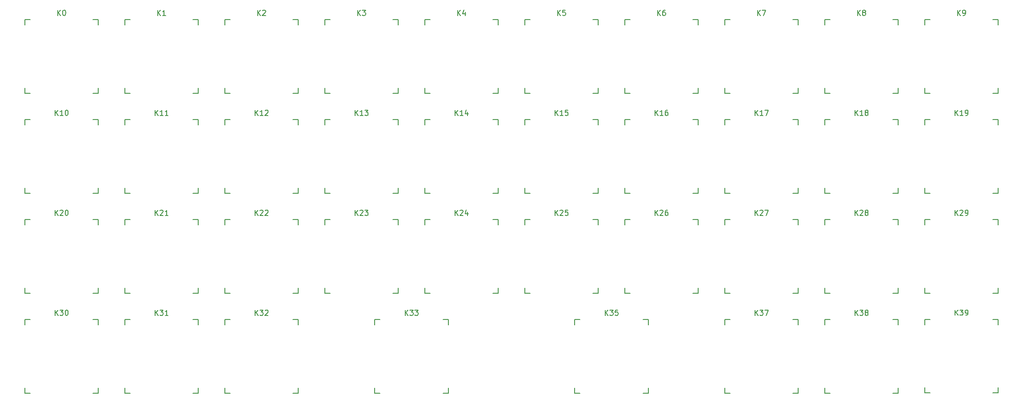
<source format=gbr>
%TF.GenerationSoftware,KiCad,Pcbnew,(5.99.0-12882-g2a6c73b8df)*%
%TF.CreationDate,2021-11-03T21:03:34+01:00*%
%TF.ProjectId,ortho-qaz,6f727468-6f2d-4716-917a-2e6b69636164,rev?*%
%TF.SameCoordinates,Original*%
%TF.FileFunction,Legend,Top*%
%TF.FilePolarity,Positive*%
%FSLAX46Y46*%
G04 Gerber Fmt 4.6, Leading zero omitted, Abs format (unit mm)*
G04 Created by KiCad (PCBNEW (5.99.0-12882-g2a6c73b8df)) date 2021-11-03 21:03:34*
%MOMM*%
%LPD*%
G01*
G04 APERTURE LIST*
%ADD10C,0.150000*%
G04 APERTURE END LIST*
D10*
%TO.C,K26*%
X174075714Y-65627380D02*
X174075714Y-64627380D01*
X174647142Y-65627380D02*
X174218571Y-65055952D01*
X174647142Y-64627380D02*
X174075714Y-65198809D01*
X175028095Y-64722619D02*
X175075714Y-64675000D01*
X175170952Y-64627380D01*
X175409047Y-64627380D01*
X175504285Y-64675000D01*
X175551904Y-64722619D01*
X175599523Y-64817857D01*
X175599523Y-64913095D01*
X175551904Y-65055952D01*
X174980476Y-65627380D01*
X175599523Y-65627380D01*
X176456666Y-64627380D02*
X176266190Y-64627380D01*
X176170952Y-64675000D01*
X176123333Y-64722619D01*
X176028095Y-64865476D01*
X175980476Y-65055952D01*
X175980476Y-65436904D01*
X176028095Y-65532142D01*
X176075714Y-65579761D01*
X176170952Y-65627380D01*
X176361428Y-65627380D01*
X176456666Y-65579761D01*
X176504285Y-65532142D01*
X176551904Y-65436904D01*
X176551904Y-65198809D01*
X176504285Y-65103571D01*
X176456666Y-65055952D01*
X176361428Y-65008333D01*
X176170952Y-65008333D01*
X176075714Y-65055952D01*
X176028095Y-65103571D01*
X175980476Y-65198809D01*
%TO.C,K24*%
X135975714Y-65627380D02*
X135975714Y-64627380D01*
X136547142Y-65627380D02*
X136118571Y-65055952D01*
X136547142Y-64627380D02*
X135975714Y-65198809D01*
X136928095Y-64722619D02*
X136975714Y-64675000D01*
X137070952Y-64627380D01*
X137309047Y-64627380D01*
X137404285Y-64675000D01*
X137451904Y-64722619D01*
X137499523Y-64817857D01*
X137499523Y-64913095D01*
X137451904Y-65055952D01*
X136880476Y-65627380D01*
X137499523Y-65627380D01*
X138356666Y-64960714D02*
X138356666Y-65627380D01*
X138118571Y-64579761D02*
X137880476Y-65294047D01*
X138499523Y-65294047D01*
%TO.C,K39*%
X231225714Y-84657380D02*
X231225714Y-83657380D01*
X231797142Y-84657380D02*
X231368571Y-84085952D01*
X231797142Y-83657380D02*
X231225714Y-84228809D01*
X232130476Y-83657380D02*
X232749523Y-83657380D01*
X232416190Y-84038333D01*
X232559047Y-84038333D01*
X232654285Y-84085952D01*
X232701904Y-84133571D01*
X232749523Y-84228809D01*
X232749523Y-84466904D01*
X232701904Y-84562142D01*
X232654285Y-84609761D01*
X232559047Y-84657380D01*
X232273333Y-84657380D01*
X232178095Y-84609761D01*
X232130476Y-84562142D01*
X233225714Y-84657380D02*
X233416190Y-84657380D01*
X233511428Y-84609761D01*
X233559047Y-84562142D01*
X233654285Y-84419285D01*
X233701904Y-84228809D01*
X233701904Y-83847857D01*
X233654285Y-83752619D01*
X233606666Y-83705000D01*
X233511428Y-83657380D01*
X233320952Y-83657380D01*
X233225714Y-83705000D01*
X233178095Y-83752619D01*
X233130476Y-83847857D01*
X233130476Y-84085952D01*
X233178095Y-84181190D01*
X233225714Y-84228809D01*
X233320952Y-84276428D01*
X233511428Y-84276428D01*
X233606666Y-84228809D01*
X233654285Y-84181190D01*
X233701904Y-84085952D01*
%TO.C,K38*%
X212175714Y-84677380D02*
X212175714Y-83677380D01*
X212747142Y-84677380D02*
X212318571Y-84105952D01*
X212747142Y-83677380D02*
X212175714Y-84248809D01*
X213080476Y-83677380D02*
X213699523Y-83677380D01*
X213366190Y-84058333D01*
X213509047Y-84058333D01*
X213604285Y-84105952D01*
X213651904Y-84153571D01*
X213699523Y-84248809D01*
X213699523Y-84486904D01*
X213651904Y-84582142D01*
X213604285Y-84629761D01*
X213509047Y-84677380D01*
X213223333Y-84677380D01*
X213128095Y-84629761D01*
X213080476Y-84582142D01*
X214270952Y-84105952D02*
X214175714Y-84058333D01*
X214128095Y-84010714D01*
X214080476Y-83915476D01*
X214080476Y-83867857D01*
X214128095Y-83772619D01*
X214175714Y-83725000D01*
X214270952Y-83677380D01*
X214461428Y-83677380D01*
X214556666Y-83725000D01*
X214604285Y-83772619D01*
X214651904Y-83867857D01*
X214651904Y-83915476D01*
X214604285Y-84010714D01*
X214556666Y-84058333D01*
X214461428Y-84105952D01*
X214270952Y-84105952D01*
X214175714Y-84153571D01*
X214128095Y-84201190D01*
X214080476Y-84296428D01*
X214080476Y-84486904D01*
X214128095Y-84582142D01*
X214175714Y-84629761D01*
X214270952Y-84677380D01*
X214461428Y-84677380D01*
X214556666Y-84629761D01*
X214604285Y-84582142D01*
X214651904Y-84486904D01*
X214651904Y-84296428D01*
X214604285Y-84201190D01*
X214556666Y-84153571D01*
X214461428Y-84105952D01*
%TO.C,K37*%
X193125714Y-84677380D02*
X193125714Y-83677380D01*
X193697142Y-84677380D02*
X193268571Y-84105952D01*
X193697142Y-83677380D02*
X193125714Y-84248809D01*
X194030476Y-83677380D02*
X194649523Y-83677380D01*
X194316190Y-84058333D01*
X194459047Y-84058333D01*
X194554285Y-84105952D01*
X194601904Y-84153571D01*
X194649523Y-84248809D01*
X194649523Y-84486904D01*
X194601904Y-84582142D01*
X194554285Y-84629761D01*
X194459047Y-84677380D01*
X194173333Y-84677380D01*
X194078095Y-84629761D01*
X194030476Y-84582142D01*
X194982857Y-83677380D02*
X195649523Y-83677380D01*
X195220952Y-84677380D01*
%TO.C,K35*%
X164550714Y-84677380D02*
X164550714Y-83677380D01*
X165122142Y-84677380D02*
X164693571Y-84105952D01*
X165122142Y-83677380D02*
X164550714Y-84248809D01*
X165455476Y-83677380D02*
X166074523Y-83677380D01*
X165741190Y-84058333D01*
X165884047Y-84058333D01*
X165979285Y-84105952D01*
X166026904Y-84153571D01*
X166074523Y-84248809D01*
X166074523Y-84486904D01*
X166026904Y-84582142D01*
X165979285Y-84629761D01*
X165884047Y-84677380D01*
X165598333Y-84677380D01*
X165503095Y-84629761D01*
X165455476Y-84582142D01*
X166979285Y-83677380D02*
X166503095Y-83677380D01*
X166455476Y-84153571D01*
X166503095Y-84105952D01*
X166598333Y-84058333D01*
X166836428Y-84058333D01*
X166931666Y-84105952D01*
X166979285Y-84153571D01*
X167026904Y-84248809D01*
X167026904Y-84486904D01*
X166979285Y-84582142D01*
X166931666Y-84629761D01*
X166836428Y-84677380D01*
X166598333Y-84677380D01*
X166503095Y-84629761D01*
X166455476Y-84582142D01*
%TO.C,K33*%
X126450714Y-84677380D02*
X126450714Y-83677380D01*
X127022142Y-84677380D02*
X126593571Y-84105952D01*
X127022142Y-83677380D02*
X126450714Y-84248809D01*
X127355476Y-83677380D02*
X127974523Y-83677380D01*
X127641190Y-84058333D01*
X127784047Y-84058333D01*
X127879285Y-84105952D01*
X127926904Y-84153571D01*
X127974523Y-84248809D01*
X127974523Y-84486904D01*
X127926904Y-84582142D01*
X127879285Y-84629761D01*
X127784047Y-84677380D01*
X127498333Y-84677380D01*
X127403095Y-84629761D01*
X127355476Y-84582142D01*
X128307857Y-83677380D02*
X128926904Y-83677380D01*
X128593571Y-84058333D01*
X128736428Y-84058333D01*
X128831666Y-84105952D01*
X128879285Y-84153571D01*
X128926904Y-84248809D01*
X128926904Y-84486904D01*
X128879285Y-84582142D01*
X128831666Y-84629761D01*
X128736428Y-84677380D01*
X128450714Y-84677380D01*
X128355476Y-84629761D01*
X128307857Y-84582142D01*
%TO.C,K32*%
X97875714Y-84677380D02*
X97875714Y-83677380D01*
X98447142Y-84677380D02*
X98018571Y-84105952D01*
X98447142Y-83677380D02*
X97875714Y-84248809D01*
X98780476Y-83677380D02*
X99399523Y-83677380D01*
X99066190Y-84058333D01*
X99209047Y-84058333D01*
X99304285Y-84105952D01*
X99351904Y-84153571D01*
X99399523Y-84248809D01*
X99399523Y-84486904D01*
X99351904Y-84582142D01*
X99304285Y-84629761D01*
X99209047Y-84677380D01*
X98923333Y-84677380D01*
X98828095Y-84629761D01*
X98780476Y-84582142D01*
X99780476Y-83772619D02*
X99828095Y-83725000D01*
X99923333Y-83677380D01*
X100161428Y-83677380D01*
X100256666Y-83725000D01*
X100304285Y-83772619D01*
X100351904Y-83867857D01*
X100351904Y-83963095D01*
X100304285Y-84105952D01*
X99732857Y-84677380D01*
X100351904Y-84677380D01*
%TO.C,K31*%
X78825714Y-84677380D02*
X78825714Y-83677380D01*
X79397142Y-84677380D02*
X78968571Y-84105952D01*
X79397142Y-83677380D02*
X78825714Y-84248809D01*
X79730476Y-83677380D02*
X80349523Y-83677380D01*
X80016190Y-84058333D01*
X80159047Y-84058333D01*
X80254285Y-84105952D01*
X80301904Y-84153571D01*
X80349523Y-84248809D01*
X80349523Y-84486904D01*
X80301904Y-84582142D01*
X80254285Y-84629761D01*
X80159047Y-84677380D01*
X79873333Y-84677380D01*
X79778095Y-84629761D01*
X79730476Y-84582142D01*
X81301904Y-84677380D02*
X80730476Y-84677380D01*
X81016190Y-84677380D02*
X81016190Y-83677380D01*
X80920952Y-83820238D01*
X80825714Y-83915476D01*
X80730476Y-83963095D01*
%TO.C,K30*%
X59775714Y-84677380D02*
X59775714Y-83677380D01*
X60347142Y-84677380D02*
X59918571Y-84105952D01*
X60347142Y-83677380D02*
X59775714Y-84248809D01*
X60680476Y-83677380D02*
X61299523Y-83677380D01*
X60966190Y-84058333D01*
X61109047Y-84058333D01*
X61204285Y-84105952D01*
X61251904Y-84153571D01*
X61299523Y-84248809D01*
X61299523Y-84486904D01*
X61251904Y-84582142D01*
X61204285Y-84629761D01*
X61109047Y-84677380D01*
X60823333Y-84677380D01*
X60728095Y-84629761D01*
X60680476Y-84582142D01*
X61918571Y-83677380D02*
X62013809Y-83677380D01*
X62109047Y-83725000D01*
X62156666Y-83772619D01*
X62204285Y-83867857D01*
X62251904Y-84058333D01*
X62251904Y-84296428D01*
X62204285Y-84486904D01*
X62156666Y-84582142D01*
X62109047Y-84629761D01*
X62013809Y-84677380D01*
X61918571Y-84677380D01*
X61823333Y-84629761D01*
X61775714Y-84582142D01*
X61728095Y-84486904D01*
X61680476Y-84296428D01*
X61680476Y-84058333D01*
X61728095Y-83867857D01*
X61775714Y-83772619D01*
X61823333Y-83725000D01*
X61918571Y-83677380D01*
%TO.C,K29*%
X231225714Y-65627380D02*
X231225714Y-64627380D01*
X231797142Y-65627380D02*
X231368571Y-65055952D01*
X231797142Y-64627380D02*
X231225714Y-65198809D01*
X232178095Y-64722619D02*
X232225714Y-64675000D01*
X232320952Y-64627380D01*
X232559047Y-64627380D01*
X232654285Y-64675000D01*
X232701904Y-64722619D01*
X232749523Y-64817857D01*
X232749523Y-64913095D01*
X232701904Y-65055952D01*
X232130476Y-65627380D01*
X232749523Y-65627380D01*
X233225714Y-65627380D02*
X233416190Y-65627380D01*
X233511428Y-65579761D01*
X233559047Y-65532142D01*
X233654285Y-65389285D01*
X233701904Y-65198809D01*
X233701904Y-64817857D01*
X233654285Y-64722619D01*
X233606666Y-64675000D01*
X233511428Y-64627380D01*
X233320952Y-64627380D01*
X233225714Y-64675000D01*
X233178095Y-64722619D01*
X233130476Y-64817857D01*
X233130476Y-65055952D01*
X233178095Y-65151190D01*
X233225714Y-65198809D01*
X233320952Y-65246428D01*
X233511428Y-65246428D01*
X233606666Y-65198809D01*
X233654285Y-65151190D01*
X233701904Y-65055952D01*
%TO.C,K28*%
X212175714Y-65627380D02*
X212175714Y-64627380D01*
X212747142Y-65627380D02*
X212318571Y-65055952D01*
X212747142Y-64627380D02*
X212175714Y-65198809D01*
X213128095Y-64722619D02*
X213175714Y-64675000D01*
X213270952Y-64627380D01*
X213509047Y-64627380D01*
X213604285Y-64675000D01*
X213651904Y-64722619D01*
X213699523Y-64817857D01*
X213699523Y-64913095D01*
X213651904Y-65055952D01*
X213080476Y-65627380D01*
X213699523Y-65627380D01*
X214270952Y-65055952D02*
X214175714Y-65008333D01*
X214128095Y-64960714D01*
X214080476Y-64865476D01*
X214080476Y-64817857D01*
X214128095Y-64722619D01*
X214175714Y-64675000D01*
X214270952Y-64627380D01*
X214461428Y-64627380D01*
X214556666Y-64675000D01*
X214604285Y-64722619D01*
X214651904Y-64817857D01*
X214651904Y-64865476D01*
X214604285Y-64960714D01*
X214556666Y-65008333D01*
X214461428Y-65055952D01*
X214270952Y-65055952D01*
X214175714Y-65103571D01*
X214128095Y-65151190D01*
X214080476Y-65246428D01*
X214080476Y-65436904D01*
X214128095Y-65532142D01*
X214175714Y-65579761D01*
X214270952Y-65627380D01*
X214461428Y-65627380D01*
X214556666Y-65579761D01*
X214604285Y-65532142D01*
X214651904Y-65436904D01*
X214651904Y-65246428D01*
X214604285Y-65151190D01*
X214556666Y-65103571D01*
X214461428Y-65055952D01*
%TO.C,K27*%
X193125714Y-65627380D02*
X193125714Y-64627380D01*
X193697142Y-65627380D02*
X193268571Y-65055952D01*
X193697142Y-64627380D02*
X193125714Y-65198809D01*
X194078095Y-64722619D02*
X194125714Y-64675000D01*
X194220952Y-64627380D01*
X194459047Y-64627380D01*
X194554285Y-64675000D01*
X194601904Y-64722619D01*
X194649523Y-64817857D01*
X194649523Y-64913095D01*
X194601904Y-65055952D01*
X194030476Y-65627380D01*
X194649523Y-65627380D01*
X194982857Y-64627380D02*
X195649523Y-64627380D01*
X195220952Y-65627380D01*
%TO.C,K25*%
X155025714Y-65627380D02*
X155025714Y-64627380D01*
X155597142Y-65627380D02*
X155168571Y-65055952D01*
X155597142Y-64627380D02*
X155025714Y-65198809D01*
X155978095Y-64722619D02*
X156025714Y-64675000D01*
X156120952Y-64627380D01*
X156359047Y-64627380D01*
X156454285Y-64675000D01*
X156501904Y-64722619D01*
X156549523Y-64817857D01*
X156549523Y-64913095D01*
X156501904Y-65055952D01*
X155930476Y-65627380D01*
X156549523Y-65627380D01*
X157454285Y-64627380D02*
X156978095Y-64627380D01*
X156930476Y-65103571D01*
X156978095Y-65055952D01*
X157073333Y-65008333D01*
X157311428Y-65008333D01*
X157406666Y-65055952D01*
X157454285Y-65103571D01*
X157501904Y-65198809D01*
X157501904Y-65436904D01*
X157454285Y-65532142D01*
X157406666Y-65579761D01*
X157311428Y-65627380D01*
X157073333Y-65627380D01*
X156978095Y-65579761D01*
X156930476Y-65532142D01*
%TO.C,K23*%
X116925714Y-65627380D02*
X116925714Y-64627380D01*
X117497142Y-65627380D02*
X117068571Y-65055952D01*
X117497142Y-64627380D02*
X116925714Y-65198809D01*
X117878095Y-64722619D02*
X117925714Y-64675000D01*
X118020952Y-64627380D01*
X118259047Y-64627380D01*
X118354285Y-64675000D01*
X118401904Y-64722619D01*
X118449523Y-64817857D01*
X118449523Y-64913095D01*
X118401904Y-65055952D01*
X117830476Y-65627380D01*
X118449523Y-65627380D01*
X118782857Y-64627380D02*
X119401904Y-64627380D01*
X119068571Y-65008333D01*
X119211428Y-65008333D01*
X119306666Y-65055952D01*
X119354285Y-65103571D01*
X119401904Y-65198809D01*
X119401904Y-65436904D01*
X119354285Y-65532142D01*
X119306666Y-65579761D01*
X119211428Y-65627380D01*
X118925714Y-65627380D01*
X118830476Y-65579761D01*
X118782857Y-65532142D01*
%TO.C,K22*%
X97875714Y-65627380D02*
X97875714Y-64627380D01*
X98447142Y-65627380D02*
X98018571Y-65055952D01*
X98447142Y-64627380D02*
X97875714Y-65198809D01*
X98828095Y-64722619D02*
X98875714Y-64675000D01*
X98970952Y-64627380D01*
X99209047Y-64627380D01*
X99304285Y-64675000D01*
X99351904Y-64722619D01*
X99399523Y-64817857D01*
X99399523Y-64913095D01*
X99351904Y-65055952D01*
X98780476Y-65627380D01*
X99399523Y-65627380D01*
X99780476Y-64722619D02*
X99828095Y-64675000D01*
X99923333Y-64627380D01*
X100161428Y-64627380D01*
X100256666Y-64675000D01*
X100304285Y-64722619D01*
X100351904Y-64817857D01*
X100351904Y-64913095D01*
X100304285Y-65055952D01*
X99732857Y-65627380D01*
X100351904Y-65627380D01*
%TO.C,K21*%
X78825714Y-65627380D02*
X78825714Y-64627380D01*
X79397142Y-65627380D02*
X78968571Y-65055952D01*
X79397142Y-64627380D02*
X78825714Y-65198809D01*
X79778095Y-64722619D02*
X79825714Y-64675000D01*
X79920952Y-64627380D01*
X80159047Y-64627380D01*
X80254285Y-64675000D01*
X80301904Y-64722619D01*
X80349523Y-64817857D01*
X80349523Y-64913095D01*
X80301904Y-65055952D01*
X79730476Y-65627380D01*
X80349523Y-65627380D01*
X81301904Y-65627380D02*
X80730476Y-65627380D01*
X81016190Y-65627380D02*
X81016190Y-64627380D01*
X80920952Y-64770238D01*
X80825714Y-64865476D01*
X80730476Y-64913095D01*
%TO.C,K20*%
X59775714Y-65627380D02*
X59775714Y-64627380D01*
X60347142Y-65627380D02*
X59918571Y-65055952D01*
X60347142Y-64627380D02*
X59775714Y-65198809D01*
X60728095Y-64722619D02*
X60775714Y-64675000D01*
X60870952Y-64627380D01*
X61109047Y-64627380D01*
X61204285Y-64675000D01*
X61251904Y-64722619D01*
X61299523Y-64817857D01*
X61299523Y-64913095D01*
X61251904Y-65055952D01*
X60680476Y-65627380D01*
X61299523Y-65627380D01*
X61918571Y-64627380D02*
X62013809Y-64627380D01*
X62109047Y-64675000D01*
X62156666Y-64722619D01*
X62204285Y-64817857D01*
X62251904Y-65008333D01*
X62251904Y-65246428D01*
X62204285Y-65436904D01*
X62156666Y-65532142D01*
X62109047Y-65579761D01*
X62013809Y-65627380D01*
X61918571Y-65627380D01*
X61823333Y-65579761D01*
X61775714Y-65532142D01*
X61728095Y-65436904D01*
X61680476Y-65246428D01*
X61680476Y-65008333D01*
X61728095Y-64817857D01*
X61775714Y-64722619D01*
X61823333Y-64675000D01*
X61918571Y-64627380D01*
%TO.C,K19*%
X231225714Y-46577380D02*
X231225714Y-45577380D01*
X231797142Y-46577380D02*
X231368571Y-46005952D01*
X231797142Y-45577380D02*
X231225714Y-46148809D01*
X232749523Y-46577380D02*
X232178095Y-46577380D01*
X232463809Y-46577380D02*
X232463809Y-45577380D01*
X232368571Y-45720238D01*
X232273333Y-45815476D01*
X232178095Y-45863095D01*
X233225714Y-46577380D02*
X233416190Y-46577380D01*
X233511428Y-46529761D01*
X233559047Y-46482142D01*
X233654285Y-46339285D01*
X233701904Y-46148809D01*
X233701904Y-45767857D01*
X233654285Y-45672619D01*
X233606666Y-45625000D01*
X233511428Y-45577380D01*
X233320952Y-45577380D01*
X233225714Y-45625000D01*
X233178095Y-45672619D01*
X233130476Y-45767857D01*
X233130476Y-46005952D01*
X233178095Y-46101190D01*
X233225714Y-46148809D01*
X233320952Y-46196428D01*
X233511428Y-46196428D01*
X233606666Y-46148809D01*
X233654285Y-46101190D01*
X233701904Y-46005952D01*
%TO.C,K18*%
X212175714Y-46577380D02*
X212175714Y-45577380D01*
X212747142Y-46577380D02*
X212318571Y-46005952D01*
X212747142Y-45577380D02*
X212175714Y-46148809D01*
X213699523Y-46577380D02*
X213128095Y-46577380D01*
X213413809Y-46577380D02*
X213413809Y-45577380D01*
X213318571Y-45720238D01*
X213223333Y-45815476D01*
X213128095Y-45863095D01*
X214270952Y-46005952D02*
X214175714Y-45958333D01*
X214128095Y-45910714D01*
X214080476Y-45815476D01*
X214080476Y-45767857D01*
X214128095Y-45672619D01*
X214175714Y-45625000D01*
X214270952Y-45577380D01*
X214461428Y-45577380D01*
X214556666Y-45625000D01*
X214604285Y-45672619D01*
X214651904Y-45767857D01*
X214651904Y-45815476D01*
X214604285Y-45910714D01*
X214556666Y-45958333D01*
X214461428Y-46005952D01*
X214270952Y-46005952D01*
X214175714Y-46053571D01*
X214128095Y-46101190D01*
X214080476Y-46196428D01*
X214080476Y-46386904D01*
X214128095Y-46482142D01*
X214175714Y-46529761D01*
X214270952Y-46577380D01*
X214461428Y-46577380D01*
X214556666Y-46529761D01*
X214604285Y-46482142D01*
X214651904Y-46386904D01*
X214651904Y-46196428D01*
X214604285Y-46101190D01*
X214556666Y-46053571D01*
X214461428Y-46005952D01*
%TO.C,K17*%
X193125714Y-46577380D02*
X193125714Y-45577380D01*
X193697142Y-46577380D02*
X193268571Y-46005952D01*
X193697142Y-45577380D02*
X193125714Y-46148809D01*
X194649523Y-46577380D02*
X194078095Y-46577380D01*
X194363809Y-46577380D02*
X194363809Y-45577380D01*
X194268571Y-45720238D01*
X194173333Y-45815476D01*
X194078095Y-45863095D01*
X194982857Y-45577380D02*
X195649523Y-45577380D01*
X195220952Y-46577380D01*
%TO.C,K16*%
X174075714Y-46577380D02*
X174075714Y-45577380D01*
X174647142Y-46577380D02*
X174218571Y-46005952D01*
X174647142Y-45577380D02*
X174075714Y-46148809D01*
X175599523Y-46577380D02*
X175028095Y-46577380D01*
X175313809Y-46577380D02*
X175313809Y-45577380D01*
X175218571Y-45720238D01*
X175123333Y-45815476D01*
X175028095Y-45863095D01*
X176456666Y-45577380D02*
X176266190Y-45577380D01*
X176170952Y-45625000D01*
X176123333Y-45672619D01*
X176028095Y-45815476D01*
X175980476Y-46005952D01*
X175980476Y-46386904D01*
X176028095Y-46482142D01*
X176075714Y-46529761D01*
X176170952Y-46577380D01*
X176361428Y-46577380D01*
X176456666Y-46529761D01*
X176504285Y-46482142D01*
X176551904Y-46386904D01*
X176551904Y-46148809D01*
X176504285Y-46053571D01*
X176456666Y-46005952D01*
X176361428Y-45958333D01*
X176170952Y-45958333D01*
X176075714Y-46005952D01*
X176028095Y-46053571D01*
X175980476Y-46148809D01*
%TO.C,K15*%
X155025714Y-46577380D02*
X155025714Y-45577380D01*
X155597142Y-46577380D02*
X155168571Y-46005952D01*
X155597142Y-45577380D02*
X155025714Y-46148809D01*
X156549523Y-46577380D02*
X155978095Y-46577380D01*
X156263809Y-46577380D02*
X156263809Y-45577380D01*
X156168571Y-45720238D01*
X156073333Y-45815476D01*
X155978095Y-45863095D01*
X157454285Y-45577380D02*
X156978095Y-45577380D01*
X156930476Y-46053571D01*
X156978095Y-46005952D01*
X157073333Y-45958333D01*
X157311428Y-45958333D01*
X157406666Y-46005952D01*
X157454285Y-46053571D01*
X157501904Y-46148809D01*
X157501904Y-46386904D01*
X157454285Y-46482142D01*
X157406666Y-46529761D01*
X157311428Y-46577380D01*
X157073333Y-46577380D01*
X156978095Y-46529761D01*
X156930476Y-46482142D01*
%TO.C,K14*%
X135975714Y-46577380D02*
X135975714Y-45577380D01*
X136547142Y-46577380D02*
X136118571Y-46005952D01*
X136547142Y-45577380D02*
X135975714Y-46148809D01*
X137499523Y-46577380D02*
X136928095Y-46577380D01*
X137213809Y-46577380D02*
X137213809Y-45577380D01*
X137118571Y-45720238D01*
X137023333Y-45815476D01*
X136928095Y-45863095D01*
X138356666Y-45910714D02*
X138356666Y-46577380D01*
X138118571Y-45529761D02*
X137880476Y-46244047D01*
X138499523Y-46244047D01*
%TO.C,K13*%
X116925714Y-46577380D02*
X116925714Y-45577380D01*
X117497142Y-46577380D02*
X117068571Y-46005952D01*
X117497142Y-45577380D02*
X116925714Y-46148809D01*
X118449523Y-46577380D02*
X117878095Y-46577380D01*
X118163809Y-46577380D02*
X118163809Y-45577380D01*
X118068571Y-45720238D01*
X117973333Y-45815476D01*
X117878095Y-45863095D01*
X118782857Y-45577380D02*
X119401904Y-45577380D01*
X119068571Y-45958333D01*
X119211428Y-45958333D01*
X119306666Y-46005952D01*
X119354285Y-46053571D01*
X119401904Y-46148809D01*
X119401904Y-46386904D01*
X119354285Y-46482142D01*
X119306666Y-46529761D01*
X119211428Y-46577380D01*
X118925714Y-46577380D01*
X118830476Y-46529761D01*
X118782857Y-46482142D01*
%TO.C,K12*%
X97875714Y-46577380D02*
X97875714Y-45577380D01*
X98447142Y-46577380D02*
X98018571Y-46005952D01*
X98447142Y-45577380D02*
X97875714Y-46148809D01*
X99399523Y-46577380D02*
X98828095Y-46577380D01*
X99113809Y-46577380D02*
X99113809Y-45577380D01*
X99018571Y-45720238D01*
X98923333Y-45815476D01*
X98828095Y-45863095D01*
X99780476Y-45672619D02*
X99828095Y-45625000D01*
X99923333Y-45577380D01*
X100161428Y-45577380D01*
X100256666Y-45625000D01*
X100304285Y-45672619D01*
X100351904Y-45767857D01*
X100351904Y-45863095D01*
X100304285Y-46005952D01*
X99732857Y-46577380D01*
X100351904Y-46577380D01*
%TO.C,K11*%
X78825714Y-46577380D02*
X78825714Y-45577380D01*
X79397142Y-46577380D02*
X78968571Y-46005952D01*
X79397142Y-45577380D02*
X78825714Y-46148809D01*
X80349523Y-46577380D02*
X79778095Y-46577380D01*
X80063809Y-46577380D02*
X80063809Y-45577380D01*
X79968571Y-45720238D01*
X79873333Y-45815476D01*
X79778095Y-45863095D01*
X81301904Y-46577380D02*
X80730476Y-46577380D01*
X81016190Y-46577380D02*
X81016190Y-45577380D01*
X80920952Y-45720238D01*
X80825714Y-45815476D01*
X80730476Y-45863095D01*
%TO.C,K10*%
X59775714Y-46577380D02*
X59775714Y-45577380D01*
X60347142Y-46577380D02*
X59918571Y-46005952D01*
X60347142Y-45577380D02*
X59775714Y-46148809D01*
X61299523Y-46577380D02*
X60728095Y-46577380D01*
X61013809Y-46577380D02*
X61013809Y-45577380D01*
X60918571Y-45720238D01*
X60823333Y-45815476D01*
X60728095Y-45863095D01*
X61918571Y-45577380D02*
X62013809Y-45577380D01*
X62109047Y-45625000D01*
X62156666Y-45672619D01*
X62204285Y-45767857D01*
X62251904Y-45958333D01*
X62251904Y-46196428D01*
X62204285Y-46386904D01*
X62156666Y-46482142D01*
X62109047Y-46529761D01*
X62013809Y-46577380D01*
X61918571Y-46577380D01*
X61823333Y-46529761D01*
X61775714Y-46482142D01*
X61728095Y-46386904D01*
X61680476Y-46196428D01*
X61680476Y-45958333D01*
X61728095Y-45767857D01*
X61775714Y-45672619D01*
X61823333Y-45625000D01*
X61918571Y-45577380D01*
%TO.C,K9*%
X231701904Y-27527380D02*
X231701904Y-26527380D01*
X232273333Y-27527380D02*
X231844761Y-26955952D01*
X232273333Y-26527380D02*
X231701904Y-27098809D01*
X232749523Y-27527380D02*
X232940000Y-27527380D01*
X233035238Y-27479761D01*
X233082857Y-27432142D01*
X233178095Y-27289285D01*
X233225714Y-27098809D01*
X233225714Y-26717857D01*
X233178095Y-26622619D01*
X233130476Y-26575000D01*
X233035238Y-26527380D01*
X232844761Y-26527380D01*
X232749523Y-26575000D01*
X232701904Y-26622619D01*
X232654285Y-26717857D01*
X232654285Y-26955952D01*
X232701904Y-27051190D01*
X232749523Y-27098809D01*
X232844761Y-27146428D01*
X233035238Y-27146428D01*
X233130476Y-27098809D01*
X233178095Y-27051190D01*
X233225714Y-26955952D01*
%TO.C,K8*%
X212651904Y-27527380D02*
X212651904Y-26527380D01*
X213223333Y-27527380D02*
X212794761Y-26955952D01*
X213223333Y-26527380D02*
X212651904Y-27098809D01*
X213794761Y-26955952D02*
X213699523Y-26908333D01*
X213651904Y-26860714D01*
X213604285Y-26765476D01*
X213604285Y-26717857D01*
X213651904Y-26622619D01*
X213699523Y-26575000D01*
X213794761Y-26527380D01*
X213985238Y-26527380D01*
X214080476Y-26575000D01*
X214128095Y-26622619D01*
X214175714Y-26717857D01*
X214175714Y-26765476D01*
X214128095Y-26860714D01*
X214080476Y-26908333D01*
X213985238Y-26955952D01*
X213794761Y-26955952D01*
X213699523Y-27003571D01*
X213651904Y-27051190D01*
X213604285Y-27146428D01*
X213604285Y-27336904D01*
X213651904Y-27432142D01*
X213699523Y-27479761D01*
X213794761Y-27527380D01*
X213985238Y-27527380D01*
X214080476Y-27479761D01*
X214128095Y-27432142D01*
X214175714Y-27336904D01*
X214175714Y-27146428D01*
X214128095Y-27051190D01*
X214080476Y-27003571D01*
X213985238Y-26955952D01*
%TO.C,K7*%
X193601904Y-27527380D02*
X193601904Y-26527380D01*
X194173333Y-27527380D02*
X193744761Y-26955952D01*
X194173333Y-26527380D02*
X193601904Y-27098809D01*
X194506666Y-26527380D02*
X195173333Y-26527380D01*
X194744761Y-27527380D01*
%TO.C,K6*%
X174551904Y-27527380D02*
X174551904Y-26527380D01*
X175123333Y-27527380D02*
X174694761Y-26955952D01*
X175123333Y-26527380D02*
X174551904Y-27098809D01*
X175980476Y-26527380D02*
X175790000Y-26527380D01*
X175694761Y-26575000D01*
X175647142Y-26622619D01*
X175551904Y-26765476D01*
X175504285Y-26955952D01*
X175504285Y-27336904D01*
X175551904Y-27432142D01*
X175599523Y-27479761D01*
X175694761Y-27527380D01*
X175885238Y-27527380D01*
X175980476Y-27479761D01*
X176028095Y-27432142D01*
X176075714Y-27336904D01*
X176075714Y-27098809D01*
X176028095Y-27003571D01*
X175980476Y-26955952D01*
X175885238Y-26908333D01*
X175694761Y-26908333D01*
X175599523Y-26955952D01*
X175551904Y-27003571D01*
X175504285Y-27098809D01*
%TO.C,K5*%
X155501904Y-27527380D02*
X155501904Y-26527380D01*
X156073333Y-27527380D02*
X155644761Y-26955952D01*
X156073333Y-26527380D02*
X155501904Y-27098809D01*
X156978095Y-26527380D02*
X156501904Y-26527380D01*
X156454285Y-27003571D01*
X156501904Y-26955952D01*
X156597142Y-26908333D01*
X156835238Y-26908333D01*
X156930476Y-26955952D01*
X156978095Y-27003571D01*
X157025714Y-27098809D01*
X157025714Y-27336904D01*
X156978095Y-27432142D01*
X156930476Y-27479761D01*
X156835238Y-27527380D01*
X156597142Y-27527380D01*
X156501904Y-27479761D01*
X156454285Y-27432142D01*
%TO.C,K4*%
X136451904Y-27527380D02*
X136451904Y-26527380D01*
X137023333Y-27527380D02*
X136594761Y-26955952D01*
X137023333Y-26527380D02*
X136451904Y-27098809D01*
X137880476Y-26860714D02*
X137880476Y-27527380D01*
X137642380Y-26479761D02*
X137404285Y-27194047D01*
X138023333Y-27194047D01*
%TO.C,K3*%
X117401904Y-27527380D02*
X117401904Y-26527380D01*
X117973333Y-27527380D02*
X117544761Y-26955952D01*
X117973333Y-26527380D02*
X117401904Y-27098809D01*
X118306666Y-26527380D02*
X118925714Y-26527380D01*
X118592380Y-26908333D01*
X118735238Y-26908333D01*
X118830476Y-26955952D01*
X118878095Y-27003571D01*
X118925714Y-27098809D01*
X118925714Y-27336904D01*
X118878095Y-27432142D01*
X118830476Y-27479761D01*
X118735238Y-27527380D01*
X118449523Y-27527380D01*
X118354285Y-27479761D01*
X118306666Y-27432142D01*
%TO.C,K2*%
X98351904Y-27527380D02*
X98351904Y-26527380D01*
X98923333Y-27527380D02*
X98494761Y-26955952D01*
X98923333Y-26527380D02*
X98351904Y-27098809D01*
X99304285Y-26622619D02*
X99351904Y-26575000D01*
X99447142Y-26527380D01*
X99685238Y-26527380D01*
X99780476Y-26575000D01*
X99828095Y-26622619D01*
X99875714Y-26717857D01*
X99875714Y-26813095D01*
X99828095Y-26955952D01*
X99256666Y-27527380D01*
X99875714Y-27527380D01*
%TO.C,K1*%
X79301904Y-27527380D02*
X79301904Y-26527380D01*
X79873333Y-27527380D02*
X79444761Y-26955952D01*
X79873333Y-26527380D02*
X79301904Y-27098809D01*
X80825714Y-27527380D02*
X80254285Y-27527380D01*
X80540000Y-27527380D02*
X80540000Y-26527380D01*
X80444761Y-26670238D01*
X80349523Y-26765476D01*
X80254285Y-26813095D01*
%TO.C,K0*%
X60251904Y-27527380D02*
X60251904Y-26527380D01*
X60823333Y-27527380D02*
X60394761Y-26955952D01*
X60823333Y-26527380D02*
X60251904Y-27098809D01*
X61442380Y-26527380D02*
X61537619Y-26527380D01*
X61632857Y-26575000D01*
X61680476Y-26622619D01*
X61728095Y-26717857D01*
X61775714Y-26908333D01*
X61775714Y-27146428D01*
X61728095Y-27336904D01*
X61680476Y-27432142D01*
X61632857Y-27479761D01*
X61537619Y-27527380D01*
X61442380Y-27527380D01*
X61347142Y-27479761D01*
X61299523Y-27432142D01*
X61251904Y-27336904D01*
X61204285Y-27146428D01*
X61204285Y-26908333D01*
X61251904Y-26717857D01*
X61299523Y-26622619D01*
X61347142Y-26575000D01*
X61442380Y-26527380D01*
%TO.C,K26*%
X182290000Y-66430000D02*
X182290000Y-67430000D01*
X181290000Y-80430000D02*
X182290000Y-80430000D01*
X182290000Y-66430000D02*
X181290000Y-66430000D01*
X182290000Y-79430000D02*
X182290000Y-80430000D01*
X168290000Y-80430000D02*
X168290000Y-79430000D01*
X169290000Y-66430000D02*
X168290000Y-66430000D01*
X168290000Y-80430000D02*
X169290000Y-80430000D01*
X168290000Y-67430000D02*
X168290000Y-66430000D01*
%TO.C,K24*%
X144190000Y-66430000D02*
X144190000Y-67430000D01*
X143190000Y-80430000D02*
X144190000Y-80430000D01*
X144190000Y-66430000D02*
X143190000Y-66430000D01*
X144190000Y-79430000D02*
X144190000Y-80430000D01*
X130190000Y-80430000D02*
X130190000Y-79430000D01*
X131190000Y-66430000D02*
X130190000Y-66430000D01*
X130190000Y-80430000D02*
X131190000Y-80430000D01*
X130190000Y-67430000D02*
X130190000Y-66430000D01*
%TO.C,K39*%
X239440000Y-85460000D02*
X239440000Y-86460000D01*
X238440000Y-99460000D02*
X239440000Y-99460000D01*
X239440000Y-85460000D02*
X238440000Y-85460000D01*
X239440000Y-98460000D02*
X239440000Y-99460000D01*
X225440000Y-99460000D02*
X225440000Y-98460000D01*
X226440000Y-85460000D02*
X225440000Y-85460000D01*
X225440000Y-99460000D02*
X226440000Y-99460000D01*
X225440000Y-86460000D02*
X225440000Y-85460000D01*
%TO.C,K38*%
X220390000Y-85480000D02*
X220390000Y-86480000D01*
X219390000Y-99480000D02*
X220390000Y-99480000D01*
X220390000Y-85480000D02*
X219390000Y-85480000D01*
X220390000Y-98480000D02*
X220390000Y-99480000D01*
X206390000Y-99480000D02*
X206390000Y-98480000D01*
X207390000Y-85480000D02*
X206390000Y-85480000D01*
X206390000Y-99480000D02*
X207390000Y-99480000D01*
X206390000Y-86480000D02*
X206390000Y-85480000D01*
%TO.C,K37*%
X201340000Y-85480000D02*
X201340000Y-86480000D01*
X200340000Y-99480000D02*
X201340000Y-99480000D01*
X201340000Y-85480000D02*
X200340000Y-85480000D01*
X201340000Y-98480000D02*
X201340000Y-99480000D01*
X187340000Y-99480000D02*
X187340000Y-98480000D01*
X188340000Y-85480000D02*
X187340000Y-85480000D01*
X187340000Y-99480000D02*
X188340000Y-99480000D01*
X187340000Y-86480000D02*
X187340000Y-85480000D01*
%TO.C,K35*%
X172765000Y-85480000D02*
X172765000Y-86480000D01*
X171765000Y-99480000D02*
X172765000Y-99480000D01*
X172765000Y-85480000D02*
X171765000Y-85480000D01*
X172765000Y-98480000D02*
X172765000Y-99480000D01*
X158765000Y-99480000D02*
X158765000Y-98480000D01*
X159765000Y-85480000D02*
X158765000Y-85480000D01*
X158765000Y-99480000D02*
X159765000Y-99480000D01*
X158765000Y-86480000D02*
X158765000Y-85480000D01*
%TO.C,K33*%
X134665000Y-85480000D02*
X134665000Y-86480000D01*
X133665000Y-99480000D02*
X134665000Y-99480000D01*
X134665000Y-85480000D02*
X133665000Y-85480000D01*
X134665000Y-98480000D02*
X134665000Y-99480000D01*
X120665000Y-99480000D02*
X120665000Y-98480000D01*
X121665000Y-85480000D02*
X120665000Y-85480000D01*
X120665000Y-99480000D02*
X121665000Y-99480000D01*
X120665000Y-86480000D02*
X120665000Y-85480000D01*
%TO.C,K32*%
X106090000Y-85480000D02*
X106090000Y-86480000D01*
X105090000Y-99480000D02*
X106090000Y-99480000D01*
X106090000Y-85480000D02*
X105090000Y-85480000D01*
X106090000Y-98480000D02*
X106090000Y-99480000D01*
X92090000Y-99480000D02*
X92090000Y-98480000D01*
X93090000Y-85480000D02*
X92090000Y-85480000D01*
X92090000Y-99480000D02*
X93090000Y-99480000D01*
X92090000Y-86480000D02*
X92090000Y-85480000D01*
%TO.C,K31*%
X87040000Y-85480000D02*
X87040000Y-86480000D01*
X86040000Y-99480000D02*
X87040000Y-99480000D01*
X87040000Y-85480000D02*
X86040000Y-85480000D01*
X87040000Y-98480000D02*
X87040000Y-99480000D01*
X73040000Y-99480000D02*
X73040000Y-98480000D01*
X74040000Y-85480000D02*
X73040000Y-85480000D01*
X73040000Y-99480000D02*
X74040000Y-99480000D01*
X73040000Y-86480000D02*
X73040000Y-85480000D01*
%TO.C,K30*%
X67990000Y-85480000D02*
X67990000Y-86480000D01*
X66990000Y-99480000D02*
X67990000Y-99480000D01*
X67990000Y-85480000D02*
X66990000Y-85480000D01*
X67990000Y-98480000D02*
X67990000Y-99480000D01*
X53990000Y-99480000D02*
X53990000Y-98480000D01*
X54990000Y-85480000D02*
X53990000Y-85480000D01*
X53990000Y-99480000D02*
X54990000Y-99480000D01*
X53990000Y-86480000D02*
X53990000Y-85480000D01*
%TO.C,K29*%
X239440000Y-66430000D02*
X239440000Y-67430000D01*
X238440000Y-80430000D02*
X239440000Y-80430000D01*
X239440000Y-66430000D02*
X238440000Y-66430000D01*
X239440000Y-79430000D02*
X239440000Y-80430000D01*
X225440000Y-80430000D02*
X225440000Y-79430000D01*
X226440000Y-66430000D02*
X225440000Y-66430000D01*
X225440000Y-80430000D02*
X226440000Y-80430000D01*
X225440000Y-67430000D02*
X225440000Y-66430000D01*
%TO.C,K28*%
X220390000Y-66430000D02*
X220390000Y-67430000D01*
X219390000Y-80430000D02*
X220390000Y-80430000D01*
X220390000Y-66430000D02*
X219390000Y-66430000D01*
X220390000Y-79430000D02*
X220390000Y-80430000D01*
X206390000Y-80430000D02*
X206390000Y-79430000D01*
X207390000Y-66430000D02*
X206390000Y-66430000D01*
X206390000Y-80430000D02*
X207390000Y-80430000D01*
X206390000Y-67430000D02*
X206390000Y-66430000D01*
%TO.C,K27*%
X201340000Y-66430000D02*
X201340000Y-67430000D01*
X200340000Y-80430000D02*
X201340000Y-80430000D01*
X201340000Y-66430000D02*
X200340000Y-66430000D01*
X201340000Y-79430000D02*
X201340000Y-80430000D01*
X187340000Y-80430000D02*
X187340000Y-79430000D01*
X188340000Y-66430000D02*
X187340000Y-66430000D01*
X187340000Y-80430000D02*
X188340000Y-80430000D01*
X187340000Y-67430000D02*
X187340000Y-66430000D01*
%TO.C,K25*%
X163240000Y-66430000D02*
X163240000Y-67430000D01*
X162240000Y-80430000D02*
X163240000Y-80430000D01*
X163240000Y-66430000D02*
X162240000Y-66430000D01*
X163240000Y-79430000D02*
X163240000Y-80430000D01*
X149240000Y-80430000D02*
X149240000Y-79430000D01*
X150240000Y-66430000D02*
X149240000Y-66430000D01*
X149240000Y-80430000D02*
X150240000Y-80430000D01*
X149240000Y-67430000D02*
X149240000Y-66430000D01*
%TO.C,K23*%
X125140000Y-66430000D02*
X125140000Y-67430000D01*
X124140000Y-80430000D02*
X125140000Y-80430000D01*
X125140000Y-66430000D02*
X124140000Y-66430000D01*
X125140000Y-79430000D02*
X125140000Y-80430000D01*
X111140000Y-80430000D02*
X111140000Y-79430000D01*
X112140000Y-66430000D02*
X111140000Y-66430000D01*
X111140000Y-80430000D02*
X112140000Y-80430000D01*
X111140000Y-67430000D02*
X111140000Y-66430000D01*
%TO.C,K22*%
X106090000Y-66430000D02*
X106090000Y-67430000D01*
X105090000Y-80430000D02*
X106090000Y-80430000D01*
X106090000Y-66430000D02*
X105090000Y-66430000D01*
X106090000Y-79430000D02*
X106090000Y-80430000D01*
X92090000Y-80430000D02*
X92090000Y-79430000D01*
X93090000Y-66430000D02*
X92090000Y-66430000D01*
X92090000Y-80430000D02*
X93090000Y-80430000D01*
X92090000Y-67430000D02*
X92090000Y-66430000D01*
%TO.C,K21*%
X87040000Y-66430000D02*
X87040000Y-67430000D01*
X86040000Y-80430000D02*
X87040000Y-80430000D01*
X87040000Y-66430000D02*
X86040000Y-66430000D01*
X87040000Y-79430000D02*
X87040000Y-80430000D01*
X73040000Y-80430000D02*
X73040000Y-79430000D01*
X74040000Y-66430000D02*
X73040000Y-66430000D01*
X73040000Y-80430000D02*
X74040000Y-80430000D01*
X73040000Y-67430000D02*
X73040000Y-66430000D01*
%TO.C,K20*%
X67990000Y-66430000D02*
X67990000Y-67430000D01*
X66990000Y-80430000D02*
X67990000Y-80430000D01*
X67990000Y-66430000D02*
X66990000Y-66430000D01*
X67990000Y-79430000D02*
X67990000Y-80430000D01*
X53990000Y-80430000D02*
X53990000Y-79430000D01*
X54990000Y-66430000D02*
X53990000Y-66430000D01*
X53990000Y-80430000D02*
X54990000Y-80430000D01*
X53990000Y-67430000D02*
X53990000Y-66430000D01*
%TO.C,K19*%
X239440000Y-47380000D02*
X239440000Y-48380000D01*
X238440000Y-61380000D02*
X239440000Y-61380000D01*
X239440000Y-47380000D02*
X238440000Y-47380000D01*
X239440000Y-60380000D02*
X239440000Y-61380000D01*
X225440000Y-61380000D02*
X225440000Y-60380000D01*
X226440000Y-47380000D02*
X225440000Y-47380000D01*
X225440000Y-61380000D02*
X226440000Y-61380000D01*
X225440000Y-48380000D02*
X225440000Y-47380000D01*
%TO.C,K18*%
X220390000Y-47380000D02*
X220390000Y-48380000D01*
X219390000Y-61380000D02*
X220390000Y-61380000D01*
X220390000Y-47380000D02*
X219390000Y-47380000D01*
X220390000Y-60380000D02*
X220390000Y-61380000D01*
X206390000Y-61380000D02*
X206390000Y-60380000D01*
X207390000Y-47380000D02*
X206390000Y-47380000D01*
X206390000Y-61380000D02*
X207390000Y-61380000D01*
X206390000Y-48380000D02*
X206390000Y-47380000D01*
%TO.C,K17*%
X201340000Y-47380000D02*
X201340000Y-48380000D01*
X200340000Y-61380000D02*
X201340000Y-61380000D01*
X201340000Y-47380000D02*
X200340000Y-47380000D01*
X201340000Y-60380000D02*
X201340000Y-61380000D01*
X187340000Y-61380000D02*
X187340000Y-60380000D01*
X188340000Y-47380000D02*
X187340000Y-47380000D01*
X187340000Y-61380000D02*
X188340000Y-61380000D01*
X187340000Y-48380000D02*
X187340000Y-47380000D01*
%TO.C,K16*%
X182290000Y-47380000D02*
X182290000Y-48380000D01*
X181290000Y-61380000D02*
X182290000Y-61380000D01*
X182290000Y-47380000D02*
X181290000Y-47380000D01*
X182290000Y-60380000D02*
X182290000Y-61380000D01*
X168290000Y-61380000D02*
X168290000Y-60380000D01*
X169290000Y-47380000D02*
X168290000Y-47380000D01*
X168290000Y-61380000D02*
X169290000Y-61380000D01*
X168290000Y-48380000D02*
X168290000Y-47380000D01*
%TO.C,K15*%
X163240000Y-47380000D02*
X163240000Y-48380000D01*
X162240000Y-61380000D02*
X163240000Y-61380000D01*
X163240000Y-47380000D02*
X162240000Y-47380000D01*
X163240000Y-60380000D02*
X163240000Y-61380000D01*
X149240000Y-61380000D02*
X149240000Y-60380000D01*
X150240000Y-47380000D02*
X149240000Y-47380000D01*
X149240000Y-61380000D02*
X150240000Y-61380000D01*
X149240000Y-48380000D02*
X149240000Y-47380000D01*
%TO.C,K14*%
X144190000Y-47380000D02*
X144190000Y-48380000D01*
X143190000Y-61380000D02*
X144190000Y-61380000D01*
X144190000Y-47380000D02*
X143190000Y-47380000D01*
X144190000Y-60380000D02*
X144190000Y-61380000D01*
X130190000Y-61380000D02*
X130190000Y-60380000D01*
X131190000Y-47380000D02*
X130190000Y-47380000D01*
X130190000Y-61380000D02*
X131190000Y-61380000D01*
X130190000Y-48380000D02*
X130190000Y-47380000D01*
%TO.C,K13*%
X125140000Y-47380000D02*
X125140000Y-48380000D01*
X124140000Y-61380000D02*
X125140000Y-61380000D01*
X125140000Y-47380000D02*
X124140000Y-47380000D01*
X125140000Y-60380000D02*
X125140000Y-61380000D01*
X111140000Y-61380000D02*
X111140000Y-60380000D01*
X112140000Y-47380000D02*
X111140000Y-47380000D01*
X111140000Y-61380000D02*
X112140000Y-61380000D01*
X111140000Y-48380000D02*
X111140000Y-47380000D01*
%TO.C,K12*%
X106090000Y-47380000D02*
X106090000Y-48380000D01*
X105090000Y-61380000D02*
X106090000Y-61380000D01*
X106090000Y-47380000D02*
X105090000Y-47380000D01*
X106090000Y-60380000D02*
X106090000Y-61380000D01*
X92090000Y-61380000D02*
X92090000Y-60380000D01*
X93090000Y-47380000D02*
X92090000Y-47380000D01*
X92090000Y-61380000D02*
X93090000Y-61380000D01*
X92090000Y-48380000D02*
X92090000Y-47380000D01*
%TO.C,K11*%
X87040000Y-47380000D02*
X87040000Y-48380000D01*
X86040000Y-61380000D02*
X87040000Y-61380000D01*
X87040000Y-47380000D02*
X86040000Y-47380000D01*
X87040000Y-60380000D02*
X87040000Y-61380000D01*
X73040000Y-61380000D02*
X73040000Y-60380000D01*
X74040000Y-47380000D02*
X73040000Y-47380000D01*
X73040000Y-61380000D02*
X74040000Y-61380000D01*
X73040000Y-48380000D02*
X73040000Y-47380000D01*
%TO.C,K10*%
X67990000Y-47380000D02*
X67990000Y-48380000D01*
X66990000Y-61380000D02*
X67990000Y-61380000D01*
X67990000Y-47380000D02*
X66990000Y-47380000D01*
X67990000Y-60380000D02*
X67990000Y-61380000D01*
X53990000Y-61380000D02*
X53990000Y-60380000D01*
X54990000Y-47380000D02*
X53990000Y-47380000D01*
X53990000Y-61380000D02*
X54990000Y-61380000D01*
X53990000Y-48380000D02*
X53990000Y-47380000D01*
%TO.C,K9*%
X239440000Y-28330000D02*
X239440000Y-29330000D01*
X238440000Y-42330000D02*
X239440000Y-42330000D01*
X239440000Y-28330000D02*
X238440000Y-28330000D01*
X239440000Y-41330000D02*
X239440000Y-42330000D01*
X225440000Y-42330000D02*
X225440000Y-41330000D01*
X226440000Y-28330000D02*
X225440000Y-28330000D01*
X225440000Y-42330000D02*
X226440000Y-42330000D01*
X225440000Y-29330000D02*
X225440000Y-28330000D01*
%TO.C,K8*%
X220390000Y-28330000D02*
X220390000Y-29330000D01*
X219390000Y-42330000D02*
X220390000Y-42330000D01*
X220390000Y-28330000D02*
X219390000Y-28330000D01*
X220390000Y-41330000D02*
X220390000Y-42330000D01*
X206390000Y-42330000D02*
X206390000Y-41330000D01*
X207390000Y-28330000D02*
X206390000Y-28330000D01*
X206390000Y-42330000D02*
X207390000Y-42330000D01*
X206390000Y-29330000D02*
X206390000Y-28330000D01*
%TO.C,K7*%
X201340000Y-28330000D02*
X201340000Y-29330000D01*
X200340000Y-42330000D02*
X201340000Y-42330000D01*
X201340000Y-28330000D02*
X200340000Y-28330000D01*
X201340000Y-41330000D02*
X201340000Y-42330000D01*
X187340000Y-42330000D02*
X187340000Y-41330000D01*
X188340000Y-28330000D02*
X187340000Y-28330000D01*
X187340000Y-42330000D02*
X188340000Y-42330000D01*
X187340000Y-29330000D02*
X187340000Y-28330000D01*
%TO.C,K6*%
X182290000Y-28330000D02*
X182290000Y-29330000D01*
X181290000Y-42330000D02*
X182290000Y-42330000D01*
X182290000Y-28330000D02*
X181290000Y-28330000D01*
X182290000Y-41330000D02*
X182290000Y-42330000D01*
X168290000Y-42330000D02*
X168290000Y-41330000D01*
X169290000Y-28330000D02*
X168290000Y-28330000D01*
X168290000Y-42330000D02*
X169290000Y-42330000D01*
X168290000Y-29330000D02*
X168290000Y-28330000D01*
%TO.C,K5*%
X163240000Y-28330000D02*
X163240000Y-29330000D01*
X162240000Y-42330000D02*
X163240000Y-42330000D01*
X163240000Y-28330000D02*
X162240000Y-28330000D01*
X163240000Y-41330000D02*
X163240000Y-42330000D01*
X149240000Y-42330000D02*
X149240000Y-41330000D01*
X150240000Y-28330000D02*
X149240000Y-28330000D01*
X149240000Y-42330000D02*
X150240000Y-42330000D01*
X149240000Y-29330000D02*
X149240000Y-28330000D01*
%TO.C,K4*%
X144190000Y-28330000D02*
X144190000Y-29330000D01*
X143190000Y-42330000D02*
X144190000Y-42330000D01*
X144190000Y-28330000D02*
X143190000Y-28330000D01*
X144190000Y-41330000D02*
X144190000Y-42330000D01*
X130190000Y-42330000D02*
X130190000Y-41330000D01*
X131190000Y-28330000D02*
X130190000Y-28330000D01*
X130190000Y-42330000D02*
X131190000Y-42330000D01*
X130190000Y-29330000D02*
X130190000Y-28330000D01*
%TO.C,K3*%
X125140000Y-28330000D02*
X125140000Y-29330000D01*
X124140000Y-42330000D02*
X125140000Y-42330000D01*
X125140000Y-28330000D02*
X124140000Y-28330000D01*
X125140000Y-41330000D02*
X125140000Y-42330000D01*
X111140000Y-42330000D02*
X111140000Y-41330000D01*
X112140000Y-28330000D02*
X111140000Y-28330000D01*
X111140000Y-42330000D02*
X112140000Y-42330000D01*
X111140000Y-29330000D02*
X111140000Y-28330000D01*
%TO.C,K2*%
X106090000Y-28330000D02*
X106090000Y-29330000D01*
X105090000Y-42330000D02*
X106090000Y-42330000D01*
X106090000Y-28330000D02*
X105090000Y-28330000D01*
X106090000Y-41330000D02*
X106090000Y-42330000D01*
X92090000Y-42330000D02*
X92090000Y-41330000D01*
X93090000Y-28330000D02*
X92090000Y-28330000D01*
X92090000Y-42330000D02*
X93090000Y-42330000D01*
X92090000Y-29330000D02*
X92090000Y-28330000D01*
%TO.C,K1*%
X87040000Y-28330000D02*
X87040000Y-29330000D01*
X86040000Y-42330000D02*
X87040000Y-42330000D01*
X87040000Y-28330000D02*
X86040000Y-28330000D01*
X87040000Y-41330000D02*
X87040000Y-42330000D01*
X73040000Y-42330000D02*
X73040000Y-41330000D01*
X74040000Y-28330000D02*
X73040000Y-28330000D01*
X73040000Y-42330000D02*
X74040000Y-42330000D01*
X73040000Y-29330000D02*
X73040000Y-28330000D01*
%TO.C,K0*%
X67990000Y-28330000D02*
X67990000Y-29330000D01*
X66990000Y-42330000D02*
X67990000Y-42330000D01*
X67990000Y-28330000D02*
X66990000Y-28330000D01*
X67990000Y-41330000D02*
X67990000Y-42330000D01*
X53990000Y-42330000D02*
X53990000Y-41330000D01*
X54990000Y-28330000D02*
X53990000Y-28330000D01*
X53990000Y-42330000D02*
X54990000Y-42330000D01*
X53990000Y-29330000D02*
X53990000Y-28330000D01*
%TD*%
M02*

</source>
